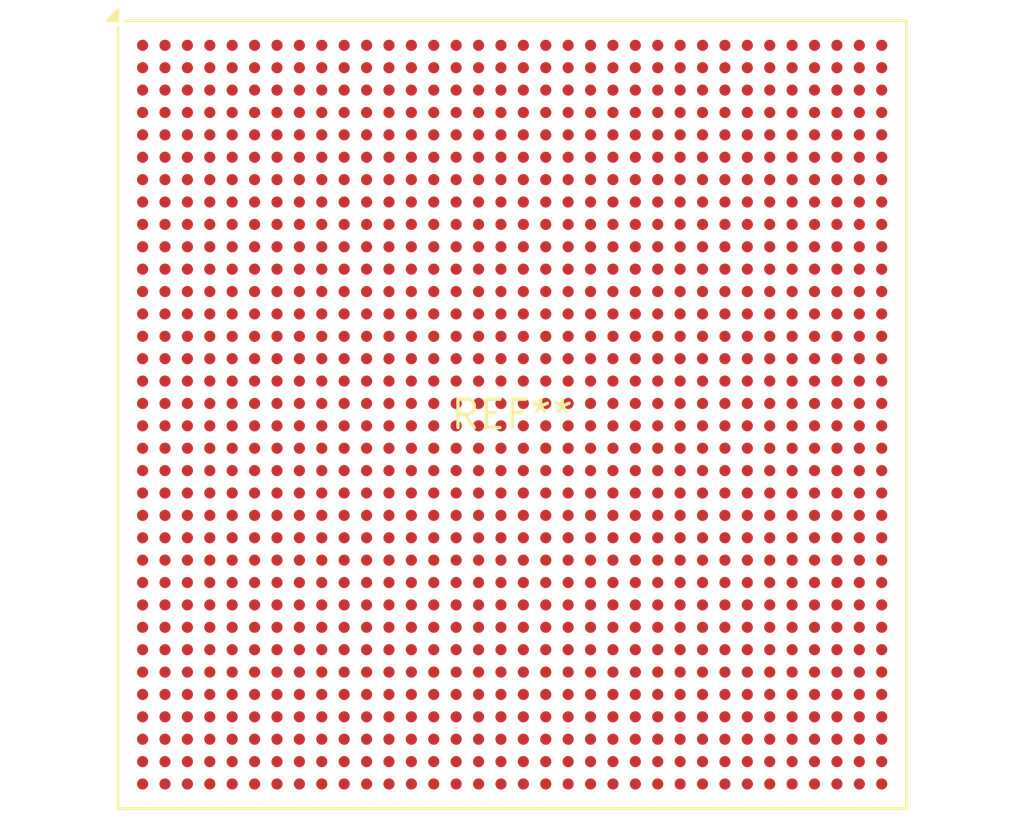
<source format=kicad_pcb>
(kicad_pcb (version 20240108) (generator pcbnew)
  (layers (0 "F.Cu" signal) (31 "B.Cu" signal) (34 "B.Paste" user) (35 "F.Paste" user) (36 "B.SilkS" user "B.Silkscreen") (37 "F.SilkS" user "F.Silkscreen") (38 "B.Mask" user) (39 "F.Mask" user) (44 "Edge.Cuts" user))
  (net 0 "")
  (footprint "BGA-1156_35.0x35.0mm_Layout34x34_P1.0mm" (layer "F.Cu") (at 0 0)
    (property "Reference" "REF**")
    (property "Value" "BGA-1156_35.0x35.0mm_Layout34x34_P1.0mm")
  )
)
</source>
